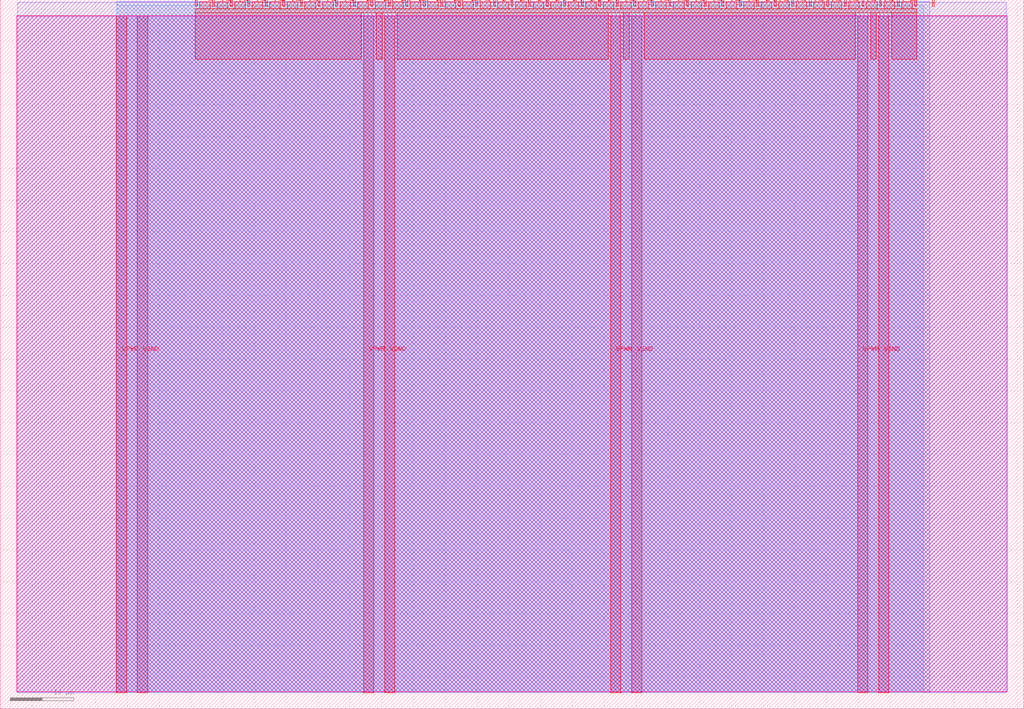
<source format=lef>
VERSION 5.7 ;
  NOWIREEXTENSIONATPIN ON ;
  DIVIDERCHAR "/" ;
  BUSBITCHARS "[]" ;
MACRO tt_um_sky130_as_sc_hs_dyn_test
  CLASS BLOCK ;
  FOREIGN tt_um_sky130_as_sc_hs_dyn_test ;
  ORIGIN 0.000 0.000 ;
  SIZE 161.000 BY 111.520 ;
  PIN VGND
    DIRECTION INOUT ;
    USE GROUND ;
    PORT
      LAYER met4 ;
        RECT 21.580 2.480 23.180 109.040 ;
    END
    PORT
      LAYER met4 ;
        RECT 60.450 2.480 62.050 109.040 ;
    END
    PORT
      LAYER met4 ;
        RECT 99.320 2.480 100.920 109.040 ;
    END
    PORT
      LAYER met4 ;
        RECT 138.190 2.480 139.790 109.040 ;
    END
  END VGND
  PIN VPWR
    DIRECTION INOUT ;
    USE POWER ;
    PORT
      LAYER met4 ;
        RECT 18.280 2.480 19.880 109.040 ;
    END
    PORT
      LAYER met4 ;
        RECT 57.150 2.480 58.750 109.040 ;
    END
    PORT
      LAYER met4 ;
        RECT 96.020 2.480 97.620 109.040 ;
    END
    PORT
      LAYER met4 ;
        RECT 134.890 2.480 136.490 109.040 ;
    END
  END VPWR
  PIN clk
    DIRECTION INPUT ;
    USE SIGNAL ;
    ANTENNAGATEAREA 0.855000 ;
    PORT
      LAYER met4 ;
        RECT 143.830 110.520 144.130 111.520 ;
    END
  END clk
  PIN ena
    DIRECTION INPUT ;
    USE SIGNAL ;
    PORT
      LAYER met4 ;
        RECT 146.590 110.520 146.890 111.520 ;
    END
  END ena
  PIN rst_n
    DIRECTION INPUT ;
    USE SIGNAL ;
    ANTENNAGATEAREA 0.246000 ;
    PORT
      LAYER met4 ;
        RECT 141.070 110.520 141.370 111.520 ;
    END
  END rst_n
  PIN ui_in[0]
    DIRECTION INPUT ;
    USE SIGNAL ;
    ANTENNAGATEAREA 0.246000 ;
    PORT
      LAYER met4 ;
        RECT 138.310 110.520 138.610 111.520 ;
    END
  END ui_in[0]
  PIN ui_in[1]
    DIRECTION INPUT ;
    USE SIGNAL ;
    ANTENNAGATEAREA 0.246000 ;
    PORT
      LAYER met4 ;
        RECT 135.550 110.520 135.850 111.520 ;
    END
  END ui_in[1]
  PIN ui_in[2]
    DIRECTION INPUT ;
    USE SIGNAL ;
    ANTENNAGATEAREA 0.246000 ;
    PORT
      LAYER met4 ;
        RECT 132.790 110.520 133.090 111.520 ;
    END
  END ui_in[2]
  PIN ui_in[3]
    DIRECTION INPUT ;
    USE SIGNAL ;
    ANTENNAGATEAREA 0.246000 ;
    PORT
      LAYER met4 ;
        RECT 130.030 110.520 130.330 111.520 ;
    END
  END ui_in[3]
  PIN ui_in[4]
    DIRECTION INPUT ;
    USE SIGNAL ;
    ANTENNAGATEAREA 0.246000 ;
    PORT
      LAYER met4 ;
        RECT 127.270 110.520 127.570 111.520 ;
    END
  END ui_in[4]
  PIN ui_in[5]
    DIRECTION INPUT ;
    USE SIGNAL ;
    ANTENNAGATEAREA 0.246000 ;
    PORT
      LAYER met4 ;
        RECT 124.510 110.520 124.810 111.520 ;
    END
  END ui_in[5]
  PIN ui_in[6]
    DIRECTION INPUT ;
    USE SIGNAL ;
    ANTENNAGATEAREA 0.246000 ;
    PORT
      LAYER met4 ;
        RECT 121.750 110.520 122.050 111.520 ;
    END
  END ui_in[6]
  PIN ui_in[7]
    DIRECTION INPUT ;
    USE SIGNAL ;
    ANTENNAGATEAREA 0.246000 ;
    PORT
      LAYER met4 ;
        RECT 118.990 110.520 119.290 111.520 ;
    END
  END ui_in[7]
  PIN uio_in[0]
    DIRECTION INPUT ;
    USE SIGNAL ;
    PORT
      LAYER met4 ;
        RECT 116.230 110.520 116.530 111.520 ;
    END
  END uio_in[0]
  PIN uio_in[1]
    DIRECTION INPUT ;
    USE SIGNAL ;
    PORT
      LAYER met4 ;
        RECT 113.470 110.520 113.770 111.520 ;
    END
  END uio_in[1]
  PIN uio_in[2]
    DIRECTION INPUT ;
    USE SIGNAL ;
    PORT
      LAYER met4 ;
        RECT 110.710 110.520 111.010 111.520 ;
    END
  END uio_in[2]
  PIN uio_in[3]
    DIRECTION INPUT ;
    USE SIGNAL ;
    PORT
      LAYER met4 ;
        RECT 107.950 110.520 108.250 111.520 ;
    END
  END uio_in[3]
  PIN uio_in[4]
    DIRECTION INPUT ;
    USE SIGNAL ;
    PORT
      LAYER met4 ;
        RECT 105.190 110.520 105.490 111.520 ;
    END
  END uio_in[4]
  PIN uio_in[5]
    DIRECTION INPUT ;
    USE SIGNAL ;
    PORT
      LAYER met4 ;
        RECT 102.430 110.520 102.730 111.520 ;
    END
  END uio_in[5]
  PIN uio_in[6]
    DIRECTION INPUT ;
    USE SIGNAL ;
    PORT
      LAYER met4 ;
        RECT 99.670 110.520 99.970 111.520 ;
    END
  END uio_in[6]
  PIN uio_in[7]
    DIRECTION INPUT ;
    USE SIGNAL ;
    PORT
      LAYER met4 ;
        RECT 96.910 110.520 97.210 111.520 ;
    END
  END uio_in[7]
  PIN uio_oe[0]
    DIRECTION OUTPUT ;
    USE SIGNAL ;
    PORT
      LAYER met4 ;
        RECT 49.990 110.520 50.290 111.520 ;
    END
  END uio_oe[0]
  PIN uio_oe[1]
    DIRECTION OUTPUT ;
    USE SIGNAL ;
    PORT
      LAYER met4 ;
        RECT 47.230 110.520 47.530 111.520 ;
    END
  END uio_oe[1]
  PIN uio_oe[2]
    DIRECTION OUTPUT ;
    USE SIGNAL ;
    PORT
      LAYER met4 ;
        RECT 44.470 110.520 44.770 111.520 ;
    END
  END uio_oe[2]
  PIN uio_oe[3]
    DIRECTION OUTPUT ;
    USE SIGNAL ;
    PORT
      LAYER met4 ;
        RECT 41.710 110.520 42.010 111.520 ;
    END
  END uio_oe[3]
  PIN uio_oe[4]
    DIRECTION OUTPUT ;
    USE SIGNAL ;
    PORT
      LAYER met4 ;
        RECT 38.950 110.520 39.250 111.520 ;
    END
  END uio_oe[4]
  PIN uio_oe[5]
    DIRECTION OUTPUT ;
    USE SIGNAL ;
    PORT
      LAYER met4 ;
        RECT 36.190 110.520 36.490 111.520 ;
    END
  END uio_oe[5]
  PIN uio_oe[6]
    DIRECTION OUTPUT ;
    USE SIGNAL ;
    PORT
      LAYER met4 ;
        RECT 33.430 110.520 33.730 111.520 ;
    END
  END uio_oe[6]
  PIN uio_oe[7]
    DIRECTION OUTPUT ;
    USE SIGNAL ;
    PORT
      LAYER met4 ;
        RECT 30.670 110.520 30.970 111.520 ;
    END
  END uio_oe[7]
  PIN uio_out[0]
    DIRECTION OUTPUT ;
    USE SIGNAL ;
    ANTENNAGATEAREA 0.246000 ;
    ANTENNADIFFAREA 0.918400 ;
    PORT
      LAYER met4 ;
        RECT 72.070 110.520 72.370 111.520 ;
    END
  END uio_out[0]
  PIN uio_out[1]
    DIRECTION OUTPUT ;
    USE SIGNAL ;
    ANTENNAGATEAREA 0.246000 ;
    ANTENNADIFFAREA 0.918400 ;
    PORT
      LAYER met4 ;
        RECT 69.310 110.520 69.610 111.520 ;
    END
  END uio_out[1]
  PIN uio_out[2]
    DIRECTION OUTPUT ;
    USE SIGNAL ;
    ANTENNAGATEAREA 0.492000 ;
    ANTENNADIFFAREA 0.918400 ;
    PORT
      LAYER met4 ;
        RECT 66.550 110.520 66.850 111.520 ;
    END
  END uio_out[2]
  PIN uio_out[3]
    DIRECTION OUTPUT ;
    USE SIGNAL ;
    ANTENNAGATEAREA 0.246000 ;
    ANTENNADIFFAREA 0.918400 ;
    PORT
      LAYER met4 ;
        RECT 63.790 110.520 64.090 111.520 ;
    END
  END uio_out[3]
  PIN uio_out[4]
    DIRECTION OUTPUT ;
    USE SIGNAL ;
    ANTENNAGATEAREA 0.655500 ;
    ANTENNADIFFAREA 0.918400 ;
    PORT
      LAYER met4 ;
        RECT 61.030 110.520 61.330 111.520 ;
    END
  END uio_out[4]
  PIN uio_out[5]
    DIRECTION OUTPUT ;
    USE SIGNAL ;
    ANTENNAGATEAREA 0.655500 ;
    ANTENNADIFFAREA 0.918400 ;
    PORT
      LAYER met4 ;
        RECT 58.270 110.520 58.570 111.520 ;
    END
  END uio_out[5]
  PIN uio_out[6]
    DIRECTION OUTPUT ;
    USE SIGNAL ;
    ANTENNAGATEAREA 0.246000 ;
    ANTENNADIFFAREA 0.918400 ;
    PORT
      LAYER met4 ;
        RECT 55.510 110.520 55.810 111.520 ;
    END
  END uio_out[6]
  PIN uio_out[7]
    DIRECTION OUTPUT ;
    USE SIGNAL ;
    ANTENNAGATEAREA 0.246000 ;
    ANTENNADIFFAREA 0.918400 ;
    PORT
      LAYER met4 ;
        RECT 52.750 110.520 53.050 111.520 ;
    END
  END uio_out[7]
  PIN uo_out[0]
    DIRECTION OUTPUT ;
    USE SIGNAL ;
    ANTENNAGATEAREA 0.246000 ;
    ANTENNADIFFAREA 0.918400 ;
    PORT
      LAYER met4 ;
        RECT 94.150 110.520 94.450 111.520 ;
    END
  END uo_out[0]
  PIN uo_out[1]
    DIRECTION OUTPUT ;
    USE SIGNAL ;
    ANTENNAGATEAREA 0.246000 ;
    ANTENNADIFFAREA 0.918400 ;
    PORT
      LAYER met4 ;
        RECT 91.390 110.520 91.690 111.520 ;
    END
  END uo_out[1]
  PIN uo_out[2]
    DIRECTION OUTPUT ;
    USE SIGNAL ;
    ANTENNAGATEAREA 0.246000 ;
    ANTENNADIFFAREA 0.918400 ;
    PORT
      LAYER met4 ;
        RECT 88.630 110.520 88.930 111.520 ;
    END
  END uo_out[2]
  PIN uo_out[3]
    DIRECTION OUTPUT ;
    USE SIGNAL ;
    ANTENNAGATEAREA 0.246000 ;
    ANTENNADIFFAREA 0.918400 ;
    PORT
      LAYER met4 ;
        RECT 85.870 110.520 86.170 111.520 ;
    END
  END uo_out[3]
  PIN uo_out[4]
    DIRECTION OUTPUT ;
    USE SIGNAL ;
    ANTENNAGATEAREA 0.246000 ;
    ANTENNADIFFAREA 0.918400 ;
    PORT
      LAYER met4 ;
        RECT 83.110 110.520 83.410 111.520 ;
    END
  END uo_out[4]
  PIN uo_out[5]
    DIRECTION OUTPUT ;
    USE SIGNAL ;
    ANTENNAGATEAREA 0.246000 ;
    ANTENNADIFFAREA 0.918400 ;
    PORT
      LAYER met4 ;
        RECT 80.350 110.520 80.650 111.520 ;
    END
  END uo_out[5]
  PIN uo_out[6]
    DIRECTION OUTPUT ;
    USE SIGNAL ;
    ANTENNAGATEAREA 0.246000 ;
    ANTENNADIFFAREA 0.918400 ;
    PORT
      LAYER met4 ;
        RECT 77.590 110.520 77.890 111.520 ;
    END
  END uo_out[6]
  PIN uo_out[7]
    DIRECTION OUTPUT ;
    USE SIGNAL ;
    ANTENNAGATEAREA 0.236250 ;
    ANTENNADIFFAREA 0.918400 ;
    PORT
      LAYER met4 ;
        RECT 74.830 110.520 75.130 111.520 ;
    END
  END uo_out[7]
  OBS
      LAYER nwell ;
        RECT 2.570 2.635 158.430 108.990 ;
      LAYER li1 ;
        RECT 2.760 2.635 158.240 108.890 ;
      LAYER met1 ;
        RECT 2.760 2.480 158.240 111.140 ;
      LAYER met2 ;
        RECT 18.310 2.535 146.180 111.170 ;
      LAYER met3 ;
        RECT 18.290 2.555 145.295 110.665 ;
      LAYER met4 ;
        RECT 31.370 110.120 33.030 111.170 ;
        RECT 34.130 110.120 35.790 111.170 ;
        RECT 36.890 110.120 38.550 111.170 ;
        RECT 39.650 110.120 41.310 111.170 ;
        RECT 42.410 110.120 44.070 111.170 ;
        RECT 45.170 110.120 46.830 111.170 ;
        RECT 47.930 110.120 49.590 111.170 ;
        RECT 50.690 110.120 52.350 111.170 ;
        RECT 53.450 110.120 55.110 111.170 ;
        RECT 56.210 110.120 57.870 111.170 ;
        RECT 58.970 110.120 60.630 111.170 ;
        RECT 61.730 110.120 63.390 111.170 ;
        RECT 64.490 110.120 66.150 111.170 ;
        RECT 67.250 110.120 68.910 111.170 ;
        RECT 70.010 110.120 71.670 111.170 ;
        RECT 72.770 110.120 74.430 111.170 ;
        RECT 75.530 110.120 77.190 111.170 ;
        RECT 78.290 110.120 79.950 111.170 ;
        RECT 81.050 110.120 82.710 111.170 ;
        RECT 83.810 110.120 85.470 111.170 ;
        RECT 86.570 110.120 88.230 111.170 ;
        RECT 89.330 110.120 90.990 111.170 ;
        RECT 92.090 110.120 93.750 111.170 ;
        RECT 94.850 110.120 96.510 111.170 ;
        RECT 97.610 110.120 99.270 111.170 ;
        RECT 100.370 110.120 102.030 111.170 ;
        RECT 103.130 110.120 104.790 111.170 ;
        RECT 105.890 110.120 107.550 111.170 ;
        RECT 108.650 110.120 110.310 111.170 ;
        RECT 111.410 110.120 113.070 111.170 ;
        RECT 114.170 110.120 115.830 111.170 ;
        RECT 116.930 110.120 118.590 111.170 ;
        RECT 119.690 110.120 121.350 111.170 ;
        RECT 122.450 110.120 124.110 111.170 ;
        RECT 125.210 110.120 126.870 111.170 ;
        RECT 127.970 110.120 129.630 111.170 ;
        RECT 130.730 110.120 132.390 111.170 ;
        RECT 133.490 110.120 135.150 111.170 ;
        RECT 136.250 110.120 137.910 111.170 ;
        RECT 139.010 110.120 140.670 111.170 ;
        RECT 141.770 110.120 143.430 111.170 ;
        RECT 30.655 109.440 144.145 110.120 ;
        RECT 30.655 102.175 56.750 109.440 ;
        RECT 59.150 102.175 60.050 109.440 ;
        RECT 62.450 102.175 95.620 109.440 ;
        RECT 98.020 102.175 98.920 109.440 ;
        RECT 101.320 102.175 134.490 109.440 ;
        RECT 136.890 102.175 137.790 109.440 ;
        RECT 140.190 102.175 144.145 109.440 ;
  END
END tt_um_sky130_as_sc_hs_dyn_test
END LIBRARY


</source>
